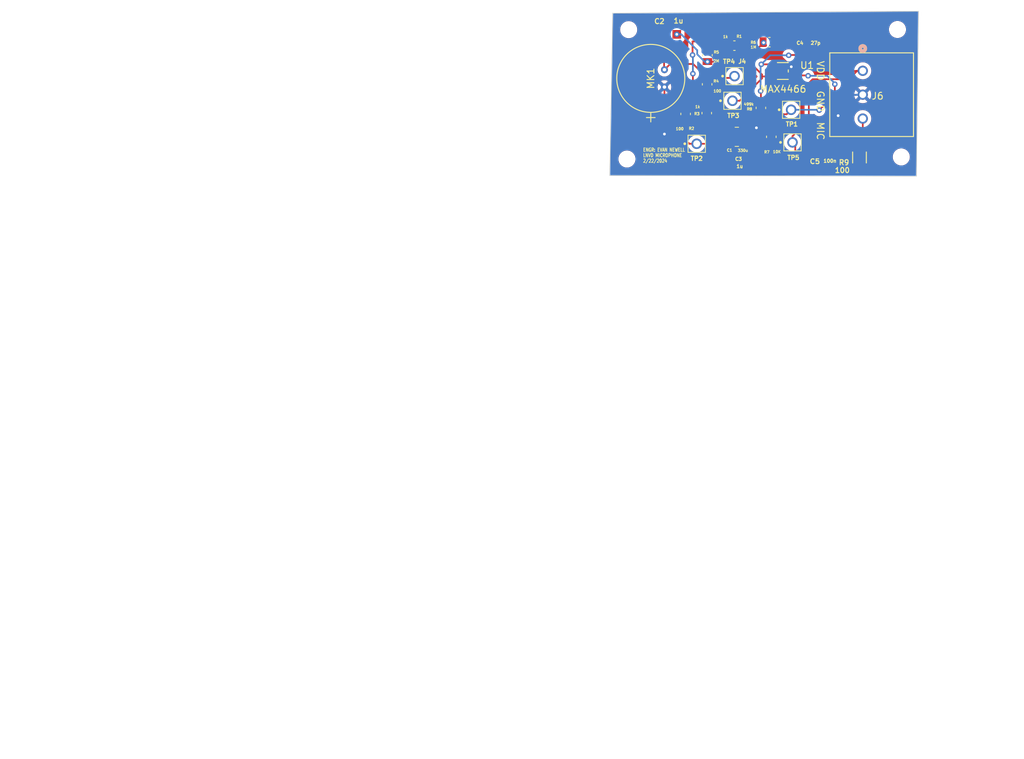
<source format=kicad_pcb>
(kicad_pcb (version 20221018) (generator pcbnew)
  (title_block (title "MICROPHONE PCB") (rev "A") (company "LNVD") (comment 1 "AUTHOR: EVAN NEWELL"))
  (layers (0 "F.Cu" signal) (31 "B.Cu" signal) (34 "B.Paste" user) (35 "F.Paste" user) (36 "B.SilkS" user "B.Silkscreen") (37 "F.SilkS" user "F.Silkscreen") (38 "B.Mask" user) (39 "F.Mask" user) (44 "Edge.Cuts" user))
  (net 0 "")
  (net 1 "/TP4")
  (net 2 "/TP3")
  (net 3 "/TP1")
  (net 4 "/TP5")
  (net 5 "Mic Out")
  (net 6 "GND")
  (net 7 "/TP2")
  (net 8 "VDD")
  (net 9 "Net-(R1-Pad2)")
  (net 10 "Net-(R3-Pad2)")
  (net 11 "Net-(C3-Pad1)")
  (footprint "MountingHole:MountingHole_2mm" (layer "F.Cu") (at 171.5008 97.155)
    (fp_text reference "H3" hide)
    (fp_text value "MountingHole" hide)
    (pad "" np_thru_hole circle (at 0 0) (size 2 2) (drill 2) (layers "*.Cu" "*.Mask"))
  )
  (footprint "Library:RES_R1206_ROM-M" (layer "F.Cu") (at 165.3794 97.2312 90)
    (fp_text reference "R9" (at -0.7366 -2.2606 unlocked) (layer "F.SilkS") (effects (font (size 0.75 0.75))))
    (fp_text value "100" (at -1.8796 -2.5146 unlocked) (layer "F.SilkS") (effects (font (size 0.75 0.75))))
    (fp_line (start -0.800751 1.002) (end 0.800751 1.002) (stroke (width 0.1524)) (layer "F.SilkS"))
    (fp_line (start 0.800751 -1.002) (end -0.800751 -1.002) (stroke (width 0.1524)) (layer "F.SilkS"))
    (pad "1" smd rect (at -1.5494 0 90) (size 0.8636 1.8008) (layers "F.Cu" "F.Paste" "F.Mask") (net 4 "/TP5"))
    (pad "2" smd rect (at 1.5494 0 90) (size 0.8636 1.8008) (layers "F.Cu" "F.Paste" "F.Mask") (net 5 "Mic Out"))
    (zone (net 0) (net_name "") (layer "F.Cu") (connect_pads (clearance 0)) (min_thickness 0.254)
      (keepout (tracks not_allowed) (vias not_allowed) (pads allowed) (copperpour not_allowed) (footprints allowed))
      (fill (thermal_gap 0.508) (thermal_bridge_width 0.508))
      (polygon (pts (xy 164.5552 98.298) (xy 164.5552 96.1644) (xy 166.2036 96.1644) (xy 166.2036 98.298)))
    )
  )
  (footprint "Library:RESC2012X60N" (layer "F.Cu") (at 147.0708 80.8482 180)
    (fp_text reference "R1" (at -0.7064 1.3462) (layer "F.SilkS") (effects (font (size 0.393701 0.393701))))
    (fp_text value "1k" (at 1.31 1.3) (layer "F.SilkS") (effects (font (size 0.393701 0.393701) (thickness 0.098425))))
    (fp_line (start -0.12 -0.7) (end 0.12 -0.7) (stroke (width 0.127)) (layer "F.SilkS"))
    (fp_line (start -0.12 0.7) (end 0.12 0.7) (stroke (width 0.127)) (layer "F.SilkS"))
    (pad "1" smd rect (at -0.935 0 180) (size 1 1.42) (layers "F.Cu" "F.Paste" "F.Mask") (net 8 "VDD"))
    (pad "2" smd rect (at 0.935 0 180) (size 1 1.42) (layers "F.Cu" "F.Paste" "F.Mask") (net 9 "Net-(R1-Pad2)"))
  )
  (footprint "Library:Cap0805" (layer "F.Cu") (at 137.7061 79.1972)
    (fp_text reference "C2" (at -1.6129 -1.905 unlocked) (layer "F.SilkS") (effects (font (size 0.75 0.75))))
    (fp_text value "1u" (at 1.1811 -1.9812 unlocked) (layer "F.SilkS") (effects (font (size 0.75 0.75))))
    (pad "1" smd rect (at -0.9271 0) (size 1.27 1.27) (layers "F.Cu" "F.Paste" "F.Mask") (net 1 "/TP4"))
    (pad "2" smd rect (at 0.9271 0) (size 1.27 1.27) (layers "F.Cu" "F.Paste" "F.Mask") (net 2 "/TP3"))
    (zone (net 0) (net_name "") (layer "F.Cu") (connect_pads (clearance 0)) (min_thickness 0.254)
      (keepout (tracks not_allowed) (vias not_allowed) (pads allowed) (copperpour not_allowed) (footprints allowed))
      (fill (thermal_gap 0.508) (thermal_bridge_width 0.508))
      (polygon (pts (xy 137.4648 78.6384) (xy 137.9474 78.6384) (xy 137.9474 79.756) (xy 137.4648 79.756)))
    )
  )
  (footprint "Library:Cap0805" (layer "F.Cu") (at 157.6959 82.042 180)
    (fp_text reference "C4" (at 1.0287 1.5748 unlocked) (layer "F.SilkS") (effects (font (size 0.5 0.5) (thickness 0.125))))
    (fp_text value "27p" (at -1.2573 1.5748 unlocked) (layer "F.SilkS") (effects (font (size 0.5 0.5) (thickness 0.125))))
    (pad "1" smd rect (at -0.9271 0 180) (size 1.27 1.27) (layers "F.Cu" "F.Paste" "F.Mask") (net 3 "/TP1"))
    (pad "2" smd rect (at 0.9271 0 180) (size 1.27 1.27) (layers "F.Cu" "F.Paste" "F.Mask") (net 4 "/TP5"))
    (zone (net 0) (net_name "") (layer "F.Cu") (connect_pads (clearance 0)) (min_thickness 0.254)
      (keepout (tracks not_allowed) (vias not_allowed) (pads allowed) (copperpour not_allowed) (footprints allowed))
      (fill (thermal_gap 0.508) (thermal_bridge_width 0.508))
      (polygon (pts (xy 157.9372 82.6008) (xy 157.4546 82.6008) (xy 157.4546 81.4832) (xy 157.9372 81.4832)))
    )
  )
  (footprint "Library:CONN_1984976_PXC" (layer "F.Cu") (at 165.857399 84.5364 -90)
    (fp_text reference "J6" (at 3.698001 -2.1844 unlocked) (layer "F.SilkS"))
    (fp_text value "VDD  GND  MIC" (at 4.3382 6.1976 -90 unlocked) (layer "F.SilkS"))
    (fp_circle (center -3.261999 0) (end -2.880999 0) (stroke (width 0.508)) (fill none) (layer "B.SilkS"))
    (fp_line (start -2.626997 -7.427001) (end -2.626997 4.826998) (stroke (width 0.1524)) (layer "F.SilkS"))
    (fp_line (start -2.626997 4.826998) (end 9.626999 4.826998) (stroke (width 0.1524)) (layer "F.SilkS"))
    (fp_line (start 9.626999 -7.427001) (end -2.626997 -7.427001) (stroke (width 0.1524)) (layer "F.SilkS"))
    (fp_line (start 9.626999 4.826998) (end 9.626999 -7.427001) (stroke (width 0.1524)) (layer "F.SilkS"))
    (fp_circle (center -3.261999 0) (end -2.880999 0) (stroke (width 0.508)) (fill none) (layer "F.SilkS"))
    (pad "1" thru_hole circle (at 0 0 270) (size 1.4986 1.4986) (drill 0.9906) (layers "*.Cu" "*.Mask") (net 8 "VDD"))
    (pad "2" thru_hole circle (at 3.500001 0 270) (size 1.4986 1.4986) (drill 0.9906) (layers "*.Cu" "*.Mask") (net 6 "GND"))
    (pad "3" thru_hole circle (at 7.000001 0 270) (size 1.4986 1.4986) (drill 0.9906) (layers "*.Cu" "*.Mask") (net 5 "Mic Out"))
  )
  (footprint "Library:RESC2012X60N" (layer "F.Cu") (at 139.9286 90.8558 -90)
    (fp_text reference "R2" (at 2.1336 -0.8636 -180) (layer "F.SilkS") (effects (font (size 0.393701 0.393701) (thickness 0.098425))))
    (fp_text value "100" (at 2.1844 0.8636 180) (layer "F.SilkS") (effects (font (size 0.393701 0.393701) (thickness 0.098425))))
    (fp_line (start -0.12 -0.7) (end 0.12 -0.7) (stroke (width 0.127)) (layer "F.SilkS"))
    (fp_line (start -0.12 0.7) (end 0.12 0.7) (stroke (width 0.127)) (layer "F.SilkS"))
    (pad "1" smd rect (at -0.935 0 270) (size 1 1.42) (layers "F.Cu" "F.Paste" "F.Mask") (net 9 "Net-(R1-Pad2)"))
    (pad "2" smd rect (at 0.935 0 270) (size 1 1.42) (layers "F.Cu" "F.Paste" "F.Mask") (net 7 "/TP2"))
  )
  (footprint "Library:RESC2012X60N" (layer "F.Cu") (at 143.0782 86.5172 90)
    (fp_text reference "R4" (at 0.462 1.3208 180) (layer "F.SilkS") (effects (font (size 0.393701 0.393701))))
    (fp_text value "100" (at -0.9858 1.4986 180) (layer "F.SilkS") (effects (font (size 0.393701 0.393701) (thickness 0.098425))))
    (fp_line (start -0.12 -0.7) (end 0.12 -0.7) (stroke (width 0.127)) (layer "F.SilkS"))
    (fp_line (start -0.12 0.7) (end 0.12 0.7) (stroke (width 0.127)) (layer "F.SilkS"))
    (pad "1" smd rect (at -0.935 0 90) (size 1 1.42) (layers "F.Cu" "F.Paste" "F.Mask") (net 10 "Net-(R3-Pad2)"))
    (pad "2" smd rect (at 0.935 0 90) (size 1 1.42) (layers "F.Cu" "F.Paste" "F.Mask") (net 1 "/TP4"))
  )
  (footprint "Library:ADAM-TECH_PH1-01-UA" (layer "F.Cu") (at 155.575 95.0214)
    (fp_text reference "J5" hide)
    (fp_text value "TP5" (at 0.127 2.2352) (layer "F.SilkS") (effects (font (size 0.64 0.64))))
    (fp_line (start -1.27 -1.25) (end -1.27 1.25) (stroke (width 0.127)) (layer "F.SilkS"))
    (fp_line (start -1.27 1.25) (end 1.27 1.25) (stroke (width 0.127)) (layer "F.SilkS"))
    (fp_line (start 1.27 -1.25) (end -1.27 -1.25) (stroke (width 0.127)) (layer "F.SilkS"))
    (fp_line (start 1.27 1.25) (end 1.27 -1.25) (stroke (width 0.127)) (layer "F.SilkS"))
    (fp_circle (center -1.75 0) (end -1.65 0) (stroke (width 0.2)) (fill none) (layer "F.SilkS"))
    (pad "1" thru_hole circle (at 0 0) (size 1.53 1.53) (drill 1.02) (layers "*.Cu" "*.Mask") (net 4 "/TP5"))
  )
  (footprint "Library:ADAM-TECH_PH1-01-UA" (layer "F.Cu") (at 146.7866 88.9254)
    (fp_text reference "J3" hide)
    (fp_text value "TP3" (at 0.127 2.1844) (layer "F.SilkS") (effects (font (size 0.64 0.64))))
    (fp_line (start -1.27 -1.25) (end -1.27 1.25) (stroke (width 0.127)) (layer "F.SilkS"))
    (fp_line (start -1.27 1.25) (end 1.27 1.25) (stroke (width 0.127)) (layer "F.SilkS"))
    (fp_line (start 1.27 -1.25) (end -1.27 -1.25) (stroke (width 0.127)) (layer "F.SilkS"))
    (fp_line (start 1.27 1.25) (end 1.27 -1.25) (stroke (width 0.127)) (layer "F.SilkS"))
    (fp_circle (center -1.75 0) (end -1.65 0) (stroke (width 0.2)) (fill none) (layer "F.SilkS"))
    (pad "1" thru_hole circle (at 0 0) (size 1.53 1.53) (drill 1.02) (layers "*.Cu" "*.Mask") (net 2 "/TP3"))
  )
  (footprint "Library:RESC2012X60N" (layer "F.Cu") (at 150.9522 89.9716 90)
    (fp_text reference "R8" (at -0.173 -1.6764 180) (layer "F.SilkS") (effects (font (size 0.393701 0.393701))))
    (fp_text value "499k" (at 0.5382 -1.778 180) (layer "F.SilkS") (effects (font (size 0.393701 0.393701) (thickness 0.098425))))
    (fp_line (start -0.12 -0.7) (end 0.12 -0.7) (stroke (width 0.127)) (layer "F.SilkS"))
    (fp_line (start -0.12 0.7) (end 0.12 0.7) (stroke (width 0.127)) (layer "F.SilkS"))
    (pad "1" smd rect (at -0.935 0 90) (size 1 1.42) (layers "F.Cu" "F.Paste" "F.Mask") (net 3 "/TP1"))
    (pad "2" smd rect (at 0.935 0 90) (size 1 1.42) (layers "F.Cu" "F.Paste" "F.Mask") (net 4 "/TP5"))
  )
  (footprint "Library:ADAM-TECH_PH1-01-UA" (layer "F.Cu") (at 141.5542 95.2246)
    (fp_text reference "J2" hide)
    (fp_text value "TP2" (at 0 2.159) (layer "F.SilkS") (effects (font (size 0.64 0.64))))
    (fp_line (start -1.27 -1.25) (end -1.27 1.25) (stroke (width 0.127)) (layer "F.SilkS"))
    (fp_line (start -1.27 1.25) (end 1.27 1.25) (stroke (width 0.127)) (layer "F.SilkS"))
    (fp_line (start 1.27 -1.25) (end -1.27 -1.25) (stroke (width 0.127)) (layer "F.SilkS"))
    (fp_line (start 1.27 1.25) (end 1.27 -1.25) (stroke (width 0.127)) (layer "F.SilkS"))
    (fp_circle (center -1.75 0) (end -1.65 0) (stroke (width 0.2)) (fill none) (layer "F.SilkS"))
    (pad "1" thru_hole circle (at 0 0) (size 1.53 1.53) (drill 1.02) (layers "*.Cu" "*.Mask") (net 7 "/TP2"))
  )
  (footprint "Library:RESC2012X60N" (layer "F.Cu") (at 143.0274 90.7336 90)
    (fp_text reference "R3" (at -0.0968 -1.4478 180) (layer "F.SilkS") (effects (font (size 0.393701 0.393701))))
    (fp_text value "1k" (at 0.9192 -1.3462 180) (layer "F.SilkS") (effects (font (size 0.393701 0.393701) (thickness 0.098425))))
    (fp_line (start -0.12 -0.7) (end 0.12 -0.7) (stroke (width 0.127)) (layer "F.SilkS"))
    (fp_line (start -0.12 0.7) (end 0.12 0.7) (stroke (width 0.127)) (layer "F.SilkS"))
    (pad "1" smd rect (at -0.935 0 90) (size 1 1.42) (layers "F.Cu" "F.Paste" "F.Mask") (net 7 "/TP2"))
    (pad "2" smd rect (at 0.935 0 90) (size 1 1.42) (layers "F.Cu" "F.Paste" "F.Mask") (net 10 "Net-(R3-Pad2)"))
  )
  (footprint "Library:Mic_Op_Amp" (layer "F.Cu") (at 154.15895 84.567001)
    (fp_text reference "U1" (at 3.54965 -0.823201 unlocked) (layer "F.SilkS"))
    (fp_text value "MAX4466" (at 0.04445 2.652001 unlocked) (layer "F.SilkS"))
    (fp_line (start -0.8001 1.2319) (end 0.8001 1.2319) (stroke (width 0.1524)) (layer "F.SilkS"))
    (fp_line (start 0.8001 -1.2319) (end -0.8001 -1.2319) (stroke (width 0.1524)) (layer "F.SilkS"))
    (fp_line (start 0.8001 0.164859) (end 0.8001 -0.164859) (stroke (width 0.1524)) (layer "F.SilkS"))
    (pad "1" smd rect (at -1.21285 -0.649999) (size 1.0795 0.3048) (layers "F.Cu" "F.Paste" "F.Mask") (net 4 "/TP5"))
    (pad "2" smd rect (at -1.21285 0) (size 1.0795 0.3048) (layers "F.Cu" "F.Paste" "F.Mask") (net 8 "VDD"))
    (pad "3" smd rect (at -1.21285 0.649999) (size 1.0795 0.3048) (layers "F.Cu" "F.Paste" "F.Mask") (net 2 "/TP3"))
    (pad "4" smd rect (at 1.21285 0.649999) (size 1.0795 0.3048) (layers "F.Cu" "F.Paste" "F.Mask") (net 3 "/TP1"))
    (pad "5" smd rect (at 1.21285 -0.649999) (size 1.0795 0.3048) (layers "F.Cu" "F.Paste" "F.Mask") (net 6 "GND"))
  )
  (footprint "Library:Cap0805" (layer "F.Cu") (at 160.1089 95.9612 180)
    (fp_text reference "C5" (at 1.2573 -1.8542 unlocked) (layer "F.SilkS") (effects (font (size 0.7 0.75))))
    (fp_text value "100n" (at -0.9525 -1.778 unlocked) (layer "F.SilkS") (effects (font (size 0.5 0.5) (thickness 0.125))))
    (pad "1" smd rect (at -0.9271 0 180) (size 1.27 1.27) (layers "F.Cu" "F.Paste" "F.Mask") (net 5 "Mic Out"))
    (pad "2" smd rect (at 0.9271 0 180) (size 1.27 1.27) (layers "F.Cu" "F.Paste" "F.Mask") (net 6 "GND"))
    (zone (net 0) (net_name "") (layer "F.Cu") (connect_pads (clearance 0)) (min_thickness 0.254)
      (keepout (tracks not_allowed) (vias not_allowed) (pads allowed) (copperpour not_allowed) (footprints allowed))
      (fill (thermal_gap 0.508) (thermal_bridge_width 0.508))
      (polygon (pts (xy 160.3502 96.52) (xy 159.8676 96.52) (xy 159.8676 95.4024) (xy 160.3502 95.4024)))
    )
  )
  (footprint "Library:ADAM-TECH_PH1-01-UA" (layer "F.Cu") (at 147.0914 85.3186)
    (fp_text reference "J4" (at 1.1176 -2.1564) (layer "F.SilkS") (effects (font (size 0.64 0.64))))
    (fp_text value "TP4" (at -0.8128 -2.1336) (layer "F.SilkS") (effects (font (size 0.64 0.64))))
    (fp_line (start -1.27 -1.25) (end -1.27 1.25) (stroke (width 0.127)) (layer "F.SilkS"))
    (fp_line (start -1.27 1.25) (end 1.27 1.25) (stroke (width 0.127)) (layer "F.SilkS"))
    (fp_line (start 1.27 -1.25) (end -1.27 -1.25) (stroke (width 0.127)) (layer "F.SilkS"))
    (fp_line (start 1.27 1.25) (end 1.27 -1.25) (stroke (width 0.127)) (layer "F.SilkS"))
    (fp_circle (center -1.75 0) (end -1.65 0) (stroke (width 0.2)) (fill none) (layer "F.SilkS"))
    (pad "1" thru_hole circle (at 0 0) (size 1.53 1.53) (drill 1.02) (layers "*.Cu" "*.Mask") (net 1 "/TP4"))
  )
  (footprint "MountingHole:MountingHole_2mm" (layer "F.Cu") (at 131.5974 78.5114)
    (fp_text reference "H2" hide)
    (fp_text value "MountingHole" hide)
    (pad "" np_thru_hole circle (at 0 0) (size 2 2) (drill 2) (layers "*.Cu" "*.Mask"))
  )
  (footprint "Library:RESC2012X60N" (layer "F.Cu") (at 152.4762 94.2086 -90)
    (fp_text reference "R7" (at 2.2352 0.6604) (layer "F.SilkS") (effects (font (size 0.393701 0.393701) (thickness 0.098425))))
    (fp_text value "10K" (at 2.1844 -0.8128) (layer "F.SilkS") (effects (font (size 0.393701 0.393701) (thickness 0.098425))))
    (fp_line (start -0.12 -0.7) (end 0.12 -0.7) (stroke (width 0.127)) (layer "F.SilkS"))
    (fp_line (start -0.12 0.7) (end 0.12 0.7) (stroke (width 0.127)) (layer "F.SilkS"))
    (pad "1" smd rect (at -0.935 0 270) (size 1 1.42) (layers "F.Cu" "F.Paste" "F.Mask") (net 3 "/TP1"))
    (pad "2" smd rect (at 0.935 0 270) (size 1 1.42) (layers "F.Cu" "F.Paste" "F.Mask") (net 11 "Net-(C3-Pad1)"))
  )
  (footprint "Library:CAPC3225X280N" (layer "F.Cu") (at 147.4268 94.2086)
    (fp_text reference "C1" (at -1.072 1.9558) (layer "F.SilkS") (effects (font (size 0.393701 0.393701))))
    (fp_text value "330u" (at 0.89 2) (layer "F.SilkS") (effects (font (size 0.393701 0.393701) (thickness 0.098425))))
    (fp_line (start -0.26 -1.4) (end 0.26 -1.4) (stroke (width 0.127)) (layer "F.SilkS"))
    (fp_line (start -0.26 1.4) (end 0.26 1.4) (stroke (width 0.127)) (layer "F.SilkS"))
    (pad "1" smd rect (at -1.341 0) (size 1.53 2.81) (layers "F.Cu" "F.Paste" "F.Mask") (net 7 "/TP2"))
    (pad "2" smd rect (at 1.341 0) (size 1.53 2.81) (layers "F.Cu" "F.Paste" "F.Mask") (net 6 "GND"))
  )
  (footprint "Library:RESC2012X60N" (layer "F.Cu") (at 152.2016 80.3402)
    (fp_text reference "R6" (at -2.367 0.0508) (layer "F.SilkS") (effects (font (size 0.393701 0.393701))))
    (fp_text value "1M" (at -2.3416 0.7366) (layer "F.SilkS") (effects (font (size 0.393701 0.393701) (thickness 0.098425))))
    (fp_line (start -0.12 -0.7) (end 0.12 -0.7) (stroke (width 0.127)) (layer "F.SilkS"))
    (fp_line (start -0.12 0.7) (end 0.12 0.7) (stroke (width 0.127)) (layer "F.SilkS"))
    (pad "1" smd rect (at -0.935 0) (size 1 1.42) (layers "F.Cu" "F.Paste" "F.Mask") (net 2 "/TP3"))
    (pad "2" smd rect (at 0.935 0) (size 1 1.42) (layers "F.Cu" "F.Paste" "F.Mask") (net 6 "GND"))
  )
  (footprint "Library:RESC2012X60N" (layer "F.Cu") (at 143.129 82.25 -90)
    (fp_text reference "R5" (at -0.44 -1.3 -180) (layer "F.SilkS") (effects (font (size 0.393701 0.393701))))
    (fp_text value "2M" (at 0.8588 -1.2954 180) (layer "F.SilkS") (effects (font (size 0.393701 0.393701) (thickness 0.098425))))
    (fp_line (start -0.12 -0.7) (end 0.12 -0.7) (stroke (width 0.127)) (layer "F.SilkS"))
    (fp_line (start -0.12 0.7) (end 0.12 0.7) (stroke (width 0.127)) (layer "F.SilkS"))
    (pad "1" smd rect (at -0.935 0 270) (size 1 1.42) (layers "F.Cu" "F.Paste" "F.Mask") (net 8 "VDD"))
    (pad "2" smd rect (at 0.935 0 270) (size 1 1.42) (layers "F.Cu" "F.Paste" "F.Mask") (net 2 "/TP3"))
  )
  (footprint "MountingHole:MountingHole_2mm" (layer "F.Cu") (at 170.942 78.486)
    (fp_text reference "H1" hide)
    (fp_text value "MountingHole" hide)
    (pad "" np_thru_hole circle (at 0 0) (size 2 2) (drill 2) (layers "*.Cu" "*.Mask"))
  )
  (footprint "MountingHole:MountingHole_2mm" (layer "F.Cu") (at 131.3434 97.4598)
    (fp_text reference "H4" hide)
    (fp_text value "MountingHole" hide)
    (pad "" np_thru_hole circle (at 0 0) (size 2 2) (drill 2) (layers "F&B.Cu" "*.Mask"))
  )
  (footprint "Library:ADAM-TECH_PH1-01-UA" (layer "F.Cu") (at 155.3718 90.2462)
    (fp_text reference "J1" hide)
    (fp_text value "TP1" (at 0.1016 2.1082) (layer "F.SilkS") (effects (font (size 0.64 0.64))))
    (fp_line (start -1.27 -1.25) (end -1.27 1.25) (stroke (width 0.127)) (layer "F.SilkS"))
    (fp_line (start -1.27 1.25) (end 1.27 1.25) (stroke (width 0.127)) (layer "F.SilkS"))
    (fp_line (start 1.27 -1.25) (end -1.27 -1.25) (stroke (width 0.127)) (layer "F.SilkS"))
    (fp_line (start 1.27 1.25) (end 1.27 -1.25) (stroke (width 0.127)) (layer "F.SilkS"))
    (fp_circle (center -1.75 0) (end -1.65 0) (stroke (width 0.2)) (fill none) (layer "F.SilkS"))
    (pad "1" thru_hole circle (at 0 0) (size 1.53 1.53) (drill 1.02) (layers "*.Cu" "*.Mask") (net 3 "/TP1"))
  )
  (footprint "Library:CMA_CUI_9P7X9P7_CUD" (layer "F.Cu") (at 134.8298 86.9188 90)
    (fp_text reference "MK1" (at 1.27 0 90 unlocked) (layer "F.SilkS"))
    (fp_text value "Microphone_Condenser" hide)
    (fp_line (start -5.1054 0) (end -3.8354 0) (stroke (width 0.1524)) (layer "F.SilkS"))
    (fp_line (start -4.4704 -0.635) (end -4.4704 0.635) (stroke (width 0.1524)) (layer "F.SilkS"))
    (fp_circle (center 1.27 0) (end 6.2484 0) (stroke (width 0.1524)) (fill none) (layer "F.SilkS"))
    (pad "1" thru_hole circle (at 0 2 90) (size 1.016 1.016) (drill 0.508) (layers "*.Cu" "*.Mask") (net 6 "GND"))
    (pad "2" thru_hole circle (at 2.54 2 90) (size 1.016 1.016) (drill 0.508) (layers "*.Cu" "*.Mask") (net 1 "/TP4"))
  )
  (footprint "Library:Cap0805" (layer "F.Cu") (at 150.4569 98.0694 180)
    (fp_text reference "C3" (at 2.7813 0.6096 unlocked) (layer "F.SilkS") (effects (font (size 0.5 0.5) (thickness 0.125))))
    (fp_text value "1u" (at 2.6035 -0.4572 unlocked) (layer "F.SilkS") (effects (font (size 0.5 0.5) (thickness 0.125))))
    (pad "1" smd rect (at -0.9271 0 180) (size 1.27 1.27) (layers "F.Cu" "F.Paste" "F.Mask") (net 11 "Net-(C3-Pad1)"))
    (pad "2" smd rect (at 0.9271 0 180) (size 1.27 1.27) (layers "F.Cu" "F.Paste" "F.Mask") (net 6 "GND"))
    (zone (net 0) (net_name "") (layer "F.Cu") (connect_pads (clearance 0)) (min_thickness 0.254)
      (keepout (tracks not_allowed) (vias not_allowed) (pads allowed) (copperpour not_allowed) (footprints allowed))
      (fill (thermal_gap 0.508) (thermal_bridge_width 0.508))
      (polygon (pts (xy 150.6982 98.6282) (xy 150.2156 98.6282) (xy 150.2156 97.5106) (xy 150.6982 97.5106)))
    )
  )
  (gr_line (start 173.7106 99.9744) (end 128.8288 99.8728) (stroke (width 0.1)) (layer "Edge.Cuts"))
  (gr_line (start 174.0154 75.819) (end 173.7106 99.9744) (stroke (width 0.1)) (layer "Edge.Cuts"))
  (gr_line (start 129.2606 76.0984) (end 174.0154 75.819) (stroke (width 0.1)) (layer "Edge.Cuts"))
  (gr_line (start 128.8288 99.8728) (end 129.2606 76.0984) (stroke (width 0.1)) (layer "Edge.Cuts"))
  (gr_text "ENGR: EVAN NEWELL\nLNVD MICROPHONE\n2/22/2024" (at 133.6548 98.0186) (layer "F.SilkS") (effects (font (size 0.5 0.4) (thickness 0.1)) (justify left bottom)))
  (segment (start 143.0782 85.5822) (end 146.8278 85.5822) (width 0.25) (layer "F.Cu") (net 1))
  (segment (start 147.1422 85.3694) (end 147.0914 85.3186) (width 0.25) (layer "F.Cu") (net 1))
  (segment (start 136.779 84.328) (end 136.8298 84.3788) (width 0.25) (layer "F.Cu") (net 1))
  (segment (start 146.8278 85.5822) (end 147.0914 85.3186) (width 0.25) (layer "F.Cu") (net 1))
  (segment (start 136.779 79.1972) (end 136.779 84.328) (width 0.25) (layer "F.Cu") (net 1))
  (segment (start 137.668 83.5406) (end 136.8298 84.3788) (width 0.25) (layer "F.Cu") (net 1))
  (segment (start 137.668 83.5406) (end 141.0366 83.5406) (width 0.25) (layer "F.Cu") (net 1))
  (segment (start 141.0366 83.5406) (end 143.0782 85.5822) (width 0.25) (layer "F.Cu") (net 1))
  (segment (start 149.5806 82.1786) (end 151.3428 80.4164) (width 0.25) (layer "F.Cu") (net 2))
  (segment (start 151.1046 85.65702) (end 151.1046 85.3694) (width 0.25) (layer "F.Cu") (net 2))
  (segment (start 143.129 83.185) (end 143.129 83.2104) (width 0.25) (layer "F.Cu") (net 2))
  (segment (start 151.1046 85.08178) (end 151.1046 85.3694) (width 0.25) (layer "F.Cu") (net 2))
  (segment (start 151.7238 80.7974) (end 151.0538 80.7974) (width 0.25) (layer "F.Cu") (net 2))
  (segment (start 152.7937 85.3694) (end 152.9461 85.217) (width 0.25) (layer "F.Cu") (net 2))
  (segment (start 149.479 83.185) (end 149.5806 83.0834) (width 0.25) (layer "F.Cu") (net 2))
  (segment (start 149.5806 83.0834) (end 149.5806 82.1786) (width 0.25) (layer "F.Cu") (net 2))
  (segment (start 146.7866 88.9254) (end 147.83622 88.9254) (width 0.25) (layer "F.Cu") (net 2))
  (segment (start 149.5806 83.0834) (end 149.5806 83.55778) (width 0.25) (layer "F.Cu") (net 2))
  (segment (start 143.129 83.2104) (end 149.479 83.185) (width 0.25) (layer "F.Cu") (net 2))
  (segment (start 147.83622 88.9254) (end 151.1046 85.65702) (width 0.25) (layer "F.Cu") (net 2))
  (segment (start 151.1046 85.3694) (end 152.7937 85.3694) (width 0.25) (layer "F.Cu") (net 2))
  (segment (start 149.5806 83.55778) (end 151.1046 85.08178) (width 0.25) (layer "F.Cu") (net 2))
  (via (at 143.129 83.2104) (size 0.8) (drill 0.4) (layers "F.Cu" "B.Cu") (net 2))
  (via (at 138.6332 79.1972) (size 0.8) (drill 0.4) (layers "F.Cu" "B.Cu") (net 2))
  (via (at 151.3428 80.4164) (size 0.8) (drill 0.4) (layers "F.Cu" "B.Cu") (net 2))
  (segment (start 139.2936 79.1972) (end 141.6296 81.5332) (width 0.25) (layer "B.Cu") (net 2))
  (segment (start 151.257 80.3306) (end 151.3428 80.4164) (width 0.25) (layer "B.Cu") (net 2))
  (segment (start 142.7226 83.2104) (end 143.129 83.2104) (width 0.25) (layer "B.Cu") (net 2))
  (segment (start 141.6296 81.5332) (end 141.6296 82.1174) (width 0.25) (layer "B.Cu") (net 2))
  (segment (start 138.6332 79.1972) (end 139.2936 79.1972) (width 0.25) (layer "B.Cu") (net 2))
  (segment (start 141.6296 82.1174) (end 142.7226 83.2104) (width 0.25) (layer "B.Cu") (net 2))
  (segment (start 161.7726 88.011) (end 159.4866 90.297) (width 0.25) (layer "F.Cu") (net 3))
  (segment (start 156.6418 83.947) (end 157.353 83.947) (width 0.25) (layer "F.Cu") (net 3))
  (segment (start 155.3718 85.217) (end 157.8102 85.217) (width 0.25) (layer "F.Cu") (net 3))
  (segment (start 157.8102 85.217) (end 157.861 85.2678) (width 0.25) (layer "F.Cu") (net 3))
  (segment (start 152.4762 90.9574) (end 152.4254 90.9066) (width 0.25) (layer "F.Cu") (net 3))
  (segment (start 157.353 83.947) (end 158.623 82.677) (width 0.25) (layer "F.Cu") (net 3))
  (segment (start 156.6418 83.947) (end 155.3718 85.217) (width 0.25) (layer "F.Cu") (net 3))
  (segment (start 154.7114 90.9066) (end 155.3718 90.2462) (width 0.25) (layer "F.Cu") (net 3))
  (segment (start 152.4254 90.9066) (end 154.7114 90.9066) (width 0.25) (layer "F.Cu") (net 3))
  (segment (start 152.4762 93.2736) (end 152.4762 90.9574) (width 0.25) (layer "F.Cu") (net 3))
  (segment (start 161.7726 86.5003) (end 161.7726 88.011) (width 0.25) (layer "F.Cu") (net 3))
  (segment (start 158.623 82.677) (end 158.623 82.042) (width 0.25) (layer "F.Cu") (net 3))
  (segment (start 150.9522 90.9066) (end 152.4254 90.9066) (width 0.25) (layer "F.Cu") (net 3))
  (via (at 157.861 85.2678) (size 0.8) (drill 0.4) (layers "F.Cu" "B.Cu") (net 3))
  (via (at 161.7726 86.5003) (size 0.8) (drill 0.4) (layers "F.Cu" "B.Cu") (net 3))
  (via (at 159.4866 90.297) (size 0.8) (drill 0.4) (layers "F.Cu" "B.Cu") (net 3))
  (segment (start 159.4866 90.297) (end 159.4358 90.2462) (width 0.25) (layer "B.Cu") (net 3))
  (segment (start 161.7726 86.3854) (end 161.7726 86.5003) (width 0.25) (layer "B.Cu") (net 3))
  (segment (start 159.4358 90.2462) (end 155.3718 90.2462) (width 0.25) (layer "B.Cu") (net 3))
  (segment (start 157.861 85.2678) (end 160.655 85.2678) (width 0.25) (layer "B.Cu") (net 3))
  (segment (start 160.655 85.2678) (end 161.7726 86.3854) (width 0.25) (layer "B.Cu") (net 3))
  (segment (start 150.9522 87.5538) (end 150.9014 87.503) (width 0.25) (layer "F.Cu") (net 4))
  (segment (start 155.575 94.107) (end 157.9626 91.7194) (width 0.25) (layer "F.Cu") (net 4))
  (segment (start 156.2608 98.7806) (end 155.9814 98.5012) (width 0.25) (layer "F.Cu") (net 4))
  (segment (start 152.620498 83.5914) (end 152.9461 83.917002) (width 0.25) (layer "F.Cu") (net 4))
  (segment (start 155.9814 98.5012) (end 155.9814 95.4278) (width 0.25) (layer "F.Cu") (net 4))
  (segment (start 150.9522 89.0366) (end 150.9522 87.5538) (width 0.25) (layer "F.Cu") (net 4))
  (segment (start 157.9626 88.5698) (end 157.6578 88.265) (width 0.25) (layer "F.Cu") (net 4))
  (segment (start 151.7746 88.2142) (end 150.9522 89.0366) (width 0.25) (layer "F.Cu") (net 4))
  (segment (start 151.003 83.5914) (end 152.620498 83.5914) (width 0.25) (layer "F.Cu") (net 4))
  (segment (start 155.575 95.0214) (end 155.575 94.107) (width 0.25) (layer "F.Cu") (net 4))
  (segment (start 156.0798 82.2198) (end 155.067 82.2198) (width 0.25) (layer "F.Cu") (net 4))
  (segment (start 155.9814 95.4278) (end 155.575 95.0214) (width 0.25) (layer "F.Cu") (net 4))
  (segment (start 157.6578 88.265) (end 152.273 88.265) (width 0.25) (layer "F.Cu") (net 4))
  (segment (start 157.9626 91.7194) (end 157.9626 88.5698) (width 0.25) (layer "F.Cu") (net 4))
  (segment (start 152.2222 88.2142) (end 151.7746 88.2142) (width 0.25) (layer "F.Cu") (net 4))
  (segment (start 152.273 88.265) (end 152.2222 88.2142) (width 0.25) (layer "F.Cu") (net 4))
  (segment (start 165.3794 98.7806) (end 156.2608 98.7806) (width 0.25) (layer "F.Cu") (net 4))
  (segment (start 155.067 82.2198) (end 155.0162 82.2706) (width 0.25) (layer "F.Cu") (net 4))
  (via (at 155.0162 82.2706) (size 0.8) (drill 0.4) (layers "F.Cu" "B.Cu") (net 4))
  (via (at 150.9014 87.503) (size 0.8) (drill 0.4) (layers "F.Cu" "B.Cu") (net 4))
  (via (at 151.003 83.5914) (size 0.8) (drill 0.4) (layers "F.Cu" "B.Cu") (net 4))
  (segment (start 155.0162 82.2706) (end 152.3238 82.2706) (width 0.25) (layer "B.Cu") (net 4))
  (segment (start 150.9014 87.503) (end 150.9014 83.693) (width 0.25) (layer "B.Cu") (net 4))
  (segment (start 152.3238 82.2706) (end 151.003 83.5914) (width 0.25) (layer "B.Cu") (net 4))
  (segment (start 150.9014 83.693) (end 151.003 83.5914) (width 0.25) (layer "B.Cu") (net 4))
  (segment (start 165.0238 95.3262) (end 165.3794 95.6818) (width 0.25) (layer "F.Cu") (net 5))
  (segment (start 165.857399 95.203801) (end 165.857399 91.536401) (width 0.25) (layer "F.Cu") (net 5))
  (segment (start 165.3794 95.6818) (end 165.857399 95.203801) (width 0.25) (layer "F.Cu") (net 5))
  (segment (start 165.3794 95.6818) (end 161.3154 95.6818) (width 0.25) (layer "F.Cu") (net 5))
  (segment (start 161.3154 95.6818) (end 161.036 95.9612) (width 0.25) (layer "F.Cu") (net 5))
  (segment (start 148.7678 94.2086) (end 150.0886 92.8878) (width 0.25) (layer "F.Cu") (net 6))
  (segment (start 153.1366 81.681802) (end 155.3718 83.917002) (width 0.25) (layer "F.Cu") (net 6))
  (segment (start 153.1366 80.3402) (end 153.1366 81.681802) (width 0.25) (layer "F.Cu") (net 6))
  (segment (start 136.8298 86.9188) (end 136.8298 93.8022) (width 0.25) (layer "F.Cu") (net 6))
  (segment (start 150.0886 92.8878) (end 150.2918 92.8878) (width 0.25) (layer "F.Cu") (net 6))
  (segment (start 149.5298 98.0694) (end 149.5298 94.9706) (width 0.25) (layer "F.Cu") (net 6))
  (segment (start 159.1818 95.9612) (end 159.1818 94.1832) (width 0.25) (layer "F.Cu") (net 6))
  (segment (start 159.1818 94.1832) (end 162.2552 91.1098) (width 0.25) (layer "F.Cu") (net 6))
  (segment (start 149.5298 94.9706) (end 148.7678 94.2086) (width 0.25) (layer "F.Cu") (net 6))
  (via (at 150.2918 92.8878) (size 0.8) (drill 0.4) (layers "F.Cu" "B.Cu") (net 6))
  (via (at 136.8298 93.8022) (size 0.8) (drill 0.4) (layers "F.Cu" "B.Cu") (net 6))
  (via (at 155.3972 83.947) (size 0.8) (drill 0.4) (layers "F.Cu" "B.Cu") (net 6))
  (via (at 162.2552 91.1098) (size 0.8) (drill 0.4) (layers "F.Cu" "B.Cu") (net 6))
  (segment (start 164.8206 88.067) (end 165.0238 88.067) (width 0.25) (layer "B.Cu") (net 6))
  (segment (start 162.5346 84.5312) (end 162.5346 84.713602) (width 0.25) (layer "B.Cu") (net 6))
  (segment (start 153.3398 89.8398) (end 153.3398 87.757) (width 0.25) (layer "B.Cu") (net 6))
  (segment (start 153.6498 88.067) (end 164.8206 88.067) (width 0.25) (layer "B.Cu") (net 6))
  (segment (start 162.5346 84.713602) (end 165.857399 88.036401) (width 0.25) (layer "B.Cu") (net 6))
  (segment (start 164.8206 88.067) (end 164.851199 88.036401) (width 0.25) (layer "B.Cu") (net 6))
  (segment (start 162.2552 91.1098) (end 162.784 91.1098) (width 0.25) (layer "B.Cu") (net 6))
  (segment (start 164.851199 88.036401) (end 165.857399 88.036401) (width 0.25) (layer "B.Cu") (net 6))
  (segment (start 161.9504 83.947) (end 162.5346 84.5312) (width 0.25) (layer "B.Cu") (net 6))
  (segment (start 153.3398 87.757) (end 153.6498 88.067) (width 0.25) (layer "B.Cu") (net 6))
  (segment (start 162.784 91.1098) (end 165.857399 88.036401) (width 0.25) (layer "B.Cu") (net 6))
  (segment (start 136.8298 93.8022) (end 149.3774 93.8022) (width 0.25) (layer "B.Cu") (net 6))
  (segment (start 155.3972 83.947) (end 161.9504 83.947) (width 0.25) (layer "B.Cu") (net 6))
  (segment (start 150.2918 92.8878) (end 153.3398 89.8398) (width 0.25) (layer "B.Cu") (net 6))
  (segment (start 149.3774 93.8022) (end 150.2918 92.8878) (width 0.25) (layer "B.Cu") (net 6))
  (segment (start 143.0274 91.6686) (end 140.0508 91.6686) (width 0.25) (layer "F.Cu") (net 7))
  (segment (start 139.9286 94.6658) (end 140.4874 95.2246) (width 0.25) (layer "F.Cu") (net 7))
  (segment (start 139.9286 91.7908) (end 139.9286 94.6658) (width 0.25) (layer "F.Cu") (net 7))
  (segment (start 146.0858 94.2086) (end 145.0698 95.2246) (width 0.25) (layer "F.Cu") (net 7))
  (segment (start 140.4874 95.2246) (end 141.5542 95.2246) (width 0.25) (layer "F.Cu") (net 7))
  (segment (start 145.0698 95.2246) (end 141.5542 95.2246) (width 0.25) (layer "F.Cu") (net 7))
  (segment (start 140.0508 91.6686) (end 139.9286 91.7908) (width 0.25) (layer "F.Cu") (net 7))
  (segment (start 153.48585 84.567001) (end 152.9461 84.567001) (width 0.25) (layer "F.Cu") (net 8))
  (segment (start 164.8968 84.566999) (end 165.0238 84.566999) (width 0.25) (layer "F.Cu") (net 8))
  (segment (start 148.0058 80.8482) (end 148.0058 79.883) (width 0.25) (layer "F.Cu") (net 8))
  (segment (start 163.814999 85.7758) (end 158.5214 85.7758) (width 0.25) (layer "F.Cu") (net 8))
  (segment (start 165.0238 84.566999) (end 163.814999 85.7758) (width 0.25) (layer "F.Cu") (net 8))
  (segment (start 153.712425 84.793575) (end 153.48585 84.567001) (width 0.25) (layer "F.Cu") (net 8))
  (segment (start 164.927399 84.5364) (end 165.857399 84.5364) (width 0.25) (layer "F.Cu") (net 8))
  (segment (start 154.1018 86.6394) (end 154.1018 85.182951) (width 0.25) (layer "F.Cu") (net 8))
  (segment (start 144.1546 81.315) (end 145.1102 82.2706) (width 0.25) (layer "F.Cu") (net 8))
  (segment (start 158.4706 78.6892) (end 164.348399 84.566999) (width 0.25) (layer "F.Cu") (net 8))
  (segment (start 157.6578 86.6394) (end 154.1018 86.6394) (width 0.25) (layer "F.Cu") (net 8))
  (segment (start 154.1018 85.182951) (end 153.712425 84.793575) (width 0.25) (layer "F.Cu") (net 8))
  (segment (start 145.1102 82.2706) (end 147.8534 82.2706) (width 0.25) (layer "F.Cu") (net 8))
  (segment (start 158.5214 85.7758) (end 157.6578 86.6394) (width 0.25) (layer "F.Cu") (net 8))
  (segment (start 143.129 81.315) (end 144.1546 81.315) (width 0.25) (layer "F.Cu") (net 8))
  (segment (start 148.0058 79.883) (end 149.1996 78.6892) (width 0.25) (layer "F.Cu") (net 8))
  (segment (start 148.0058 82.1182) (end 148.0058 80.8482) (width 0.25) (layer "F.Cu") (net 8))
  (segment (start 149.1996 78.6892) (end 158.4706 78.6892) (width 0.25) (layer "F.Cu") (net 8))
  (segment (start 164.348399 84.566999) (end 164.8968 84.566999) (width 0.25) (layer "F.Cu") (net 8))
  (segment (start 164.8968 84.566999) (end 164.927399 84.5364) (width 0.25) (layer "F.Cu") (net 8))
  (segment (start 147.8534 82.2706) (end 148.0058 82.1182) (width 0.25) (layer "F.Cu") (net 8))
  (segment (start 140.9446 82.2198) (end 140.9446 80.2386) (width 0.25) (layer "F.Cu") (net 9))
  (segment (start 145.5262 80.2386) (end 146.1358 80.8482) (width 0.25) (layer "F.Cu") (net 9))
  (segment (start 140.9954 88.854) (end 140.9954 84.963) (width 0.25) (layer "F.Cu") (net 9))
  (segment (start 139.9286 89.9208) (end 140.9954 88.854) (width 0.25) (layer "F.Cu") (net 9))
  (segment (start 140.9446 80.2386) (end 145.5262 80.2386) (width 0.25) (layer "F.Cu") (net 9))
  (via (at 140.9446 82.2198) (size 0.8) (drill 0.4) (layers "F.Cu" "B.Cu") (net 9))
  (via (at 140.9954 84.963) (size 0.8) (drill 0.4) (layers "F.Cu" "B.Cu") (net 9))
  (segment (start 140.9954 82.2706) (end 140.9446 82.2198) (width 0.25) (layer "B.Cu") (net 9))
  (segment (start 140.9954 84.963) (end 140.9954 82.2706) (width 0.25) (layer "B.Cu") (net 9))
  (segment (start 143.0274 89.7986) (end 143.0274 87.503) (width 0.25) (layer "F.Cu") (net 10))
  (segment (start 143.0274 87.503) (end 143.0782 87.4522) (width 0.25) (layer "F.Cu") (net 10))
  (segment (start 151.384 96.2358) (end 152.4762 95.1436) (width 0.25) (layer "F.Cu") (net 11))
  (segment (start 151.384 98.0694) (end 151.384 96.2358) (width 0.25) (layer "F.Cu") (net 11))
  (zone (net 6) (net_name "GND") (layer "F.Cu") (priority 1) (connect_pads (clearance 0.5)) (min_thickness 0.25) (fill yes (thermal_gap 0.5) (thermal_bridge_width 0.5))
    (polygon (pts (xy 189.23 94.0816) (xy 181.9148 74.168) (xy 123.1138 74.93) (xy 120.8024 105.2322) (xy 189.484 105.8164) (xy 189.3316 93.9038)))
  )
  (zone (net 6) (net_name "GND") (layer "B.Cu") (connect_pads (clearance 0.5)) (min_thickness 0.25) (fill yes (thermal_gap 0.5) (thermal_bridge_width 0.5))
    (polygon (pts (xy 123.5456 75.184) (xy 120.8024 105.2322) (xy 189.484 105.8164) (xy 181.9148 74.168) (xy 123.1138 74.93)))
  )
)
</source>
